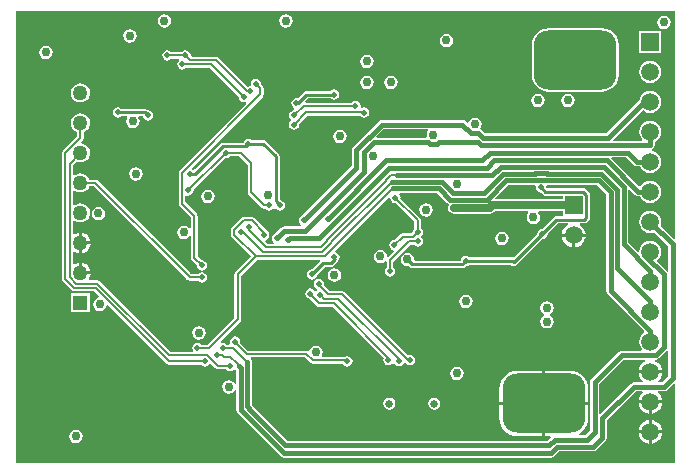
<source format=gbl>
G04 Layer_Physical_Order=4*
G04 Layer_Color=16711680*
%FSLAX25Y25*%
%MOIN*%
G70*
G01*
G75*
%ADD42C,0.00800*%
%ADD43C,0.02500*%
%ADD44C,0.01500*%
%ADD45C,0.01000*%
%ADD65C,0.02500*%
G04:AMPARAMS|DCode=66|XSize=275.59mil|YSize=196.85mil|CornerRadius=49.21mil|HoleSize=0mil|Usage=FLASHONLY|Rotation=0.000|XOffset=0mil|YOffset=0mil|HoleType=Round|Shape=RoundedRectangle|*
%AMROUNDEDRECTD66*
21,1,0.27559,0.09843,0,0,0.0*
21,1,0.17716,0.19685,0,0,0.0*
1,1,0.09843,0.08858,-0.04921*
1,1,0.09843,-0.08858,-0.04921*
1,1,0.09843,-0.08858,0.04921*
1,1,0.09843,0.08858,0.04921*
%
%ADD66ROUNDEDRECTD66*%
%ADD67R,0.05906X0.05906*%
%ADD68C,0.05906*%
%ADD69C,0.04961*%
%ADD70R,0.04961X0.04961*%
%ADD71C,0.02000*%
%ADD72C,0.03000*%
%ADD73C,0.02362*%
G36*
X220777Y75168D02*
X220315Y74976D01*
X215908Y79383D01*
X216059Y79746D01*
X216184Y80700D01*
X216059Y81654D01*
X215691Y82542D01*
X215105Y83305D01*
X214342Y83891D01*
X213454Y84259D01*
X212500Y84384D01*
X211546Y84259D01*
X210658Y83891D01*
X209895Y83305D01*
X209309Y82542D01*
X208941Y81654D01*
X208816Y80700D01*
X208941Y79746D01*
X209309Y78858D01*
X209895Y78095D01*
X210658Y77509D01*
X211546Y77141D01*
X212500Y77016D01*
X213454Y77141D01*
X213817Y77292D01*
X218522Y72588D01*
Y64269D01*
X218022Y64118D01*
X217948Y64227D01*
X214794Y67382D01*
X214826Y67881D01*
X215105Y68095D01*
X215691Y68858D01*
X216059Y69746D01*
X216184Y70700D01*
X216059Y71654D01*
X215691Y72542D01*
X215105Y73305D01*
X214342Y73891D01*
X213454Y74259D01*
X212500Y74384D01*
X211546Y74259D01*
X210658Y73891D01*
X209895Y73305D01*
X209309Y72542D01*
X208941Y71654D01*
X208845Y70926D01*
X208328Y70737D01*
X205176Y73889D01*
Y91280D01*
X205638Y91472D01*
X207455Y89655D01*
X207934Y89334D01*
X208500Y89222D01*
X209159D01*
X209309Y88858D01*
X209895Y88095D01*
X210658Y87509D01*
X211546Y87141D01*
X212500Y87016D01*
X213454Y87141D01*
X214342Y87509D01*
X215105Y88095D01*
X215691Y88858D01*
X216059Y89746D01*
X216184Y90700D01*
X216059Y91654D01*
X215691Y92542D01*
X215105Y93305D01*
X214342Y93891D01*
X213454Y94259D01*
X212500Y94384D01*
X211546Y94259D01*
X210658Y93891D01*
X209895Y93305D01*
X209373Y92625D01*
X209033Y92535D01*
X208762Y92528D01*
X199531Y101760D01*
X199723Y102222D01*
X204488D01*
X207055Y99655D01*
X207534Y99334D01*
X208100Y99222D01*
X209159D01*
X209309Y98858D01*
X209895Y98095D01*
X210658Y97509D01*
X211546Y97141D01*
X212500Y97016D01*
X213454Y97141D01*
X214342Y97509D01*
X215105Y98095D01*
X215691Y98858D01*
X216059Y99746D01*
X216184Y100700D01*
X216059Y101654D01*
X215691Y102542D01*
X215105Y103305D01*
X214342Y103891D01*
X213454Y104259D01*
X213022Y104316D01*
X213005Y104822D01*
X213066Y104834D01*
X213545Y105155D01*
X213866Y105634D01*
X213978Y106200D01*
Y107359D01*
X214342Y107509D01*
X215105Y108095D01*
X215691Y108858D01*
X216059Y109746D01*
X216184Y110700D01*
X216059Y111654D01*
X215691Y112542D01*
X215105Y113305D01*
X214342Y113891D01*
X213454Y114259D01*
X212500Y114384D01*
X211546Y114259D01*
X210658Y113891D01*
X209895Y113305D01*
X209309Y112542D01*
X208941Y111654D01*
X208816Y110700D01*
X208941Y109746D01*
X209309Y108858D01*
X209831Y108178D01*
X209692Y107678D01*
X200222D01*
X200031Y108140D01*
X209946Y118055D01*
X210658Y117509D01*
X211546Y117141D01*
X212500Y117016D01*
X213454Y117141D01*
X214342Y117509D01*
X215105Y118095D01*
X215691Y118858D01*
X216059Y119746D01*
X216184Y120700D01*
X216059Y121654D01*
X215691Y122542D01*
X215105Y123305D01*
X214342Y123891D01*
X213454Y124259D01*
X212500Y124384D01*
X211546Y124259D01*
X210658Y123891D01*
X209895Y123305D01*
X209309Y122542D01*
X208941Y121654D01*
X208877Y121168D01*
X197888Y110178D01*
X157384D01*
X156267Y111295D01*
X155788Y111616D01*
X155711Y111801D01*
X156072Y112342D01*
X156243Y113200D01*
X156072Y114058D01*
X155586Y114786D01*
X154858Y115272D01*
X154000Y115443D01*
X153142Y115272D01*
X152414Y114786D01*
X151928Y114058D01*
X151887Y113855D01*
X151409Y113710D01*
X150924Y114195D01*
X150444Y114516D01*
X149878Y114628D01*
X122950D01*
X122384Y114516D01*
X121905Y114195D01*
X113455Y105745D01*
X113134Y105266D01*
X113022Y104700D01*
Y99312D01*
X96554Y82845D01*
X96337Y82801D01*
X95774Y82426D01*
X95399Y81863D01*
X95267Y81200D01*
X95399Y80537D01*
X95774Y79974D01*
X96143Y79728D01*
X95991Y79228D01*
X90550D01*
X89984Y79116D01*
X89505Y78795D01*
X87554Y76845D01*
X87337Y76801D01*
X86774Y76426D01*
X86399Y75863D01*
X86267Y75200D01*
X86399Y74537D01*
X86774Y73974D01*
X87003Y73822D01*
X86851Y73322D01*
X84965D01*
X84158Y74128D01*
X84323Y74671D01*
X84463Y74699D01*
X85026Y75074D01*
X85401Y75637D01*
X85533Y76300D01*
X85401Y76963D01*
X85026Y77526D01*
X84651Y77776D01*
X84593Y77863D01*
X84593Y77863D01*
X80463Y81993D01*
X80099Y82236D01*
X79670Y82322D01*
X79670Y82322D01*
X76930D01*
X76501Y82236D01*
X76137Y81993D01*
X76137Y81993D01*
X73007Y78863D01*
X72764Y78499D01*
X72678Y78070D01*
X72678Y78070D01*
Y76330D01*
X72678Y76330D01*
X72764Y75901D01*
X73007Y75537D01*
X79344Y69200D01*
X74207Y64063D01*
X73964Y63699D01*
X73878Y63270D01*
X73878Y63270D01*
Y48665D01*
X65035Y39822D01*
X62795D01*
X62726Y39926D01*
X62163Y40301D01*
X61500Y40433D01*
X60837Y40301D01*
X60274Y39926D01*
X59899Y39363D01*
X59767Y38700D01*
X59899Y38037D01*
X60042Y37822D01*
X59775Y37322D01*
X52586D01*
X28995Y60913D01*
X28631Y61156D01*
X28202Y61241D01*
X28202Y61241D01*
X25565D01*
X25344Y61690D01*
X25540Y61945D01*
X25891Y62792D01*
X25945Y63200D01*
X22500D01*
Y63700D01*
X22000D01*
Y67145D01*
X21591Y67091D01*
X20745Y66740D01*
X20490Y66544D01*
X20041Y66765D01*
Y70635D01*
X20490Y70856D01*
X20745Y70660D01*
X21591Y70309D01*
X22000Y70256D01*
Y73700D01*
Y77144D01*
X21591Y77091D01*
X20745Y76740D01*
X20490Y76544D01*
X20041Y76765D01*
Y80948D01*
X20541Y81194D01*
X20896Y80922D01*
X21670Y80602D01*
X22500Y80492D01*
X23330Y80602D01*
X24104Y80922D01*
X24768Y81432D01*
X25278Y82096D01*
X25598Y82870D01*
X25708Y83700D01*
X25598Y84530D01*
X25278Y85304D01*
X24768Y85968D01*
X24104Y86478D01*
X23330Y86799D01*
X22500Y86908D01*
X21670Y86799D01*
X20896Y86478D01*
X20541Y86206D01*
X20041Y86452D01*
Y90948D01*
X20541Y91194D01*
X20896Y90922D01*
X21670Y90601D01*
X22500Y90492D01*
X23330Y90601D01*
X24104Y90922D01*
X24768Y91432D01*
X25278Y92096D01*
X25478Y92578D01*
X27035D01*
X58207Y61407D01*
X58207Y61407D01*
X58571Y61164D01*
X59000Y61078D01*
X59000Y61078D01*
X61705D01*
X61774Y60974D01*
X62337Y60599D01*
X63000Y60467D01*
X63663Y60599D01*
X64226Y60974D01*
X64601Y61537D01*
X64733Y62200D01*
X64601Y62863D01*
X64226Y63426D01*
X63663Y63801D01*
X63000Y63933D01*
X62337Y63801D01*
X61774Y63426D01*
X61705Y63322D01*
X59465D01*
X28293Y94493D01*
X27929Y94736D01*
X27500Y94822D01*
X27500Y94822D01*
X25478D01*
X25278Y95304D01*
X24768Y95968D01*
X24104Y96478D01*
X23330Y96798D01*
X22500Y96908D01*
X21670Y96798D01*
X20896Y96478D01*
X20541Y96206D01*
X20041Y96452D01*
Y99655D01*
X21188Y100801D01*
X21670Y100601D01*
X22500Y100492D01*
X23330Y100601D01*
X24104Y100922D01*
X24768Y101432D01*
X25278Y102096D01*
X25598Y102870D01*
X25708Y103700D01*
X25598Y104530D01*
X25278Y105304D01*
X24768Y105968D01*
X24104Y106478D01*
X23330Y106799D01*
X22887Y106857D01*
X22707Y107385D01*
X23293Y107970D01*
X23293Y107970D01*
X23536Y108334D01*
X23622Y108763D01*
X23621Y108763D01*
Y110722D01*
X24104Y110922D01*
X24768Y111432D01*
X25278Y112096D01*
X25598Y112870D01*
X25708Y113700D01*
X25598Y114530D01*
X25278Y115304D01*
X24768Y115968D01*
X24104Y116478D01*
X23330Y116798D01*
X22500Y116908D01*
X21670Y116798D01*
X20896Y116478D01*
X20232Y115968D01*
X19722Y115304D01*
X19402Y114530D01*
X19292Y113700D01*
X19402Y112870D01*
X19722Y112096D01*
X20232Y111432D01*
X20896Y110922D01*
X21378Y110722D01*
Y109228D01*
X16627Y104476D01*
X16384Y104112D01*
X16298Y103683D01*
X16298Y103683D01*
Y61596D01*
X16298Y61596D01*
X16384Y61167D01*
X16627Y60803D01*
X19603Y57827D01*
X19603Y57827D01*
X19966Y57583D01*
X20396Y57498D01*
X20396Y57498D01*
X27116D01*
X28717Y55897D01*
X28553Y55354D01*
X28142Y55272D01*
X27414Y54786D01*
X26928Y54058D01*
X26757Y53200D01*
X26928Y52342D01*
X27414Y51614D01*
X28142Y51128D01*
X29000Y50957D01*
X29858Y51128D01*
X30586Y51614D01*
X31072Y52342D01*
X31154Y52753D01*
X31697Y52917D01*
X51207Y33407D01*
X51207Y33407D01*
X51571Y33164D01*
X52000Y33078D01*
X62705D01*
X62774Y32974D01*
X63337Y32599D01*
X64000Y32467D01*
X64663Y32599D01*
X65226Y32974D01*
X65440Y33295D01*
X66045Y33398D01*
X67535Y31907D01*
X67535Y31907D01*
X67899Y31664D01*
X68328Y31578D01*
X71205D01*
X71274Y31474D01*
X71837Y31099D01*
X72500Y30967D01*
X73163Y31099D01*
X73726Y31474D01*
X74257Y31430D01*
X74522Y31162D01*
Y26717D01*
X74348Y26656D01*
X74022Y26634D01*
X73586Y27286D01*
X72858Y27772D01*
X72000Y27943D01*
X71142Y27772D01*
X70414Y27286D01*
X69928Y26558D01*
X69757Y25700D01*
X69928Y24842D01*
X70414Y24114D01*
X71142Y23628D01*
X72000Y23457D01*
X72858Y23628D01*
X73586Y24114D01*
X74022Y24766D01*
X74348Y24744D01*
X74522Y24682D01*
Y17917D01*
X74634Y17351D01*
X74955Y16871D01*
X89269Y2557D01*
X89748Y2237D01*
X90314Y2124D01*
X179425D01*
X179991Y2237D01*
X180471Y2557D01*
X182135Y4222D01*
X193500D01*
X194066Y4334D01*
X194545Y4655D01*
X197545Y7655D01*
X197866Y8134D01*
X197978Y8700D01*
Y14588D01*
X207612Y24222D01*
X209775D01*
X209945Y23722D01*
X209681Y23519D01*
X209047Y22693D01*
X208649Y21732D01*
X208579Y21200D01*
X212500D01*
X216421D01*
X216351Y21732D01*
X215953Y22693D01*
X215319Y23519D01*
X215055Y23722D01*
X215225Y24222D01*
X217000D01*
X217566Y24334D01*
X218045Y24655D01*
X220315Y26924D01*
X220777Y26732D01*
Y423D01*
X1223D01*
Y150977D01*
X220777D01*
Y75168D01*
D02*
G37*
G36*
X138537Y111172D02*
X138128Y110558D01*
X137957Y109700D01*
X138051Y109228D01*
X137648Y108728D01*
X121273D01*
X121081Y109190D01*
X123562Y111672D01*
X138359D01*
X138537Y111172D01*
D02*
G37*
G36*
X174351Y92622D02*
X174267Y92200D01*
X174399Y91537D01*
X174774Y90974D01*
X175337Y90599D01*
X176000Y90467D01*
X176003Y90467D01*
X176635Y89835D01*
X177032Y89570D01*
X177500Y89477D01*
X183347D01*
Y88188D01*
X160794D01*
X160603Y88650D01*
X165074Y93122D01*
X174016D01*
X174351Y92622D01*
D02*
G37*
G36*
X197819Y89957D02*
Y57676D01*
X197931Y57111D01*
X198252Y56631D01*
X210544Y44339D01*
X210447Y43729D01*
X209895Y43305D01*
X209309Y42542D01*
X208941Y41654D01*
X208816Y40700D01*
X208941Y39746D01*
X209309Y38858D01*
X209756Y38276D01*
X209524Y37776D01*
X202986D01*
X202420Y37663D01*
X201941Y37343D01*
X192857Y28259D01*
X192537Y27780D01*
X192424Y27214D01*
Y11215D01*
X190838Y9628D01*
X188909D01*
X188784Y10128D01*
X189164Y10332D01*
X190066Y11072D01*
X190805Y11973D01*
X191355Y13002D01*
X191694Y14118D01*
X191808Y15279D01*
Y19700D01*
X177500D01*
Y9329D01*
X179159D01*
X179366Y8829D01*
X178216Y7678D01*
X91440D01*
X80253Y18866D01*
X79857Y19615D01*
X79718Y19786D01*
X79678Y19845D01*
Y34000D01*
X79566Y34566D01*
X79264Y35018D01*
X79296Y35169D01*
X79438Y35518D01*
X97419D01*
X99130Y33807D01*
X99130Y33807D01*
X99494Y33564D01*
X99923Y33478D01*
X109938D01*
X110274Y32974D01*
X110837Y32599D01*
X111500Y32467D01*
X112163Y32599D01*
X112726Y32974D01*
X113101Y33537D01*
X113233Y34200D01*
X113101Y34863D01*
X112726Y35426D01*
X112163Y35801D01*
X111500Y35933D01*
X110837Y35801D01*
X110717Y35722D01*
X103188D01*
X102953Y36162D01*
X103072Y36342D01*
X103243Y37200D01*
X103072Y38058D01*
X102586Y38786D01*
X101858Y39272D01*
X101000Y39443D01*
X100142Y39272D01*
X99414Y38786D01*
X98928Y38058D01*
X98894Y37889D01*
X98338Y37659D01*
X98313Y37675D01*
X97884Y37761D01*
X97884Y37761D01*
X78525D01*
X75807Y40479D01*
X75871Y40800D01*
X75739Y41463D01*
X75364Y42026D01*
X74801Y42401D01*
X74138Y42533D01*
X73475Y42401D01*
X72912Y42026D01*
X72537Y41463D01*
X72405Y40800D01*
X72500Y40322D01*
X72192Y39822D01*
X71295D01*
X71226Y39926D01*
X70663Y40301D01*
X70000Y40433D01*
X69880Y40409D01*
X69342Y40812D01*
X69330Y40944D01*
X75793Y47407D01*
X75793Y47407D01*
X76036Y47771D01*
X76122Y48200D01*
X76122Y48200D01*
Y62805D01*
X81395Y68078D01*
X102241D01*
X102448Y67578D01*
X99786Y64916D01*
X99700Y64933D01*
X99037Y64801D01*
X98474Y64426D01*
X98099Y63863D01*
X97967Y63200D01*
X98099Y62537D01*
X98474Y61974D01*
X99037Y61599D01*
X99700Y61467D01*
X100363Y61599D01*
X100926Y61974D01*
X101301Y62537D01*
X101409Y63079D01*
X104007Y65676D01*
X106000D01*
X106468Y65770D01*
X106865Y66035D01*
X108165Y67335D01*
X108165Y67335D01*
X108365Y67634D01*
X108426Y67674D01*
X108801Y68237D01*
X108933Y68900D01*
X108801Y69563D01*
X108426Y70126D01*
X107863Y70501D01*
X107723Y70529D01*
X107558Y71072D01*
X125277Y88791D01*
X125484Y88753D01*
X125788Y88595D01*
X125899Y88037D01*
X126274Y87474D01*
X126837Y87099D01*
X127500Y86967D01*
X127623Y86991D01*
X133878Y80735D01*
Y78495D01*
X133774Y78426D01*
X133399Y77863D01*
X133267Y77200D01*
X132896Y76837D01*
X129915D01*
X129486Y76751D01*
X129122Y76508D01*
X129122Y76508D01*
X127323Y74709D01*
X127200Y74733D01*
X126537Y74601D01*
X125974Y74226D01*
X125599Y73663D01*
X125467Y73000D01*
X125599Y72337D01*
X125974Y71774D01*
X126537Y71399D01*
X126844Y71337D01*
X127009Y70795D01*
X125213Y68999D01*
X124859Y69150D01*
X124737Y69230D01*
X124572Y70058D01*
X124086Y70786D01*
X123358Y71272D01*
X122500Y71443D01*
X121642Y71272D01*
X120914Y70786D01*
X120428Y70058D01*
X120257Y69200D01*
X120428Y68342D01*
X120914Y67614D01*
X121642Y67128D01*
X122500Y66957D01*
X123358Y67128D01*
X124086Y67614D01*
X124578Y67451D01*
Y65495D01*
X124474Y65426D01*
X124099Y64863D01*
X123967Y64200D01*
X124099Y63537D01*
X124474Y62974D01*
X125037Y62599D01*
X125700Y62467D01*
X126363Y62599D01*
X126926Y62974D01*
X127301Y63537D01*
X127433Y64200D01*
X127301Y64863D01*
X126926Y65426D01*
X126822Y65495D01*
Y67435D01*
X132465Y73078D01*
X133705Y73078D01*
X133774Y72974D01*
X134337Y72599D01*
X135000Y72467D01*
X135663Y72599D01*
X136226Y72974D01*
X136601Y73537D01*
X136733Y74200D01*
X136601Y74863D01*
X136226Y75426D01*
X136189Y75450D01*
Y75950D01*
X136226Y75974D01*
X136601Y76537D01*
X136733Y77200D01*
X136601Y77863D01*
X136226Y78426D01*
X136122Y78495D01*
Y81200D01*
X136036Y81629D01*
X135793Y81993D01*
X135793Y81993D01*
X129209Y88577D01*
X129233Y88700D01*
X129101Y89363D01*
X128762Y89872D01*
X128824Y90114D01*
X128958Y90372D01*
X141454D01*
X144821Y87005D01*
X145301Y86684D01*
X145395Y86458D01*
X145163Y86111D01*
X145012Y85350D01*
X145163Y84589D01*
X145594Y83944D01*
X146239Y83513D01*
X147000Y83362D01*
X159030D01*
X159791Y83513D01*
X160436Y83944D01*
X160704Y84212D01*
X171720D01*
X171864Y83712D01*
X171428Y83058D01*
X171257Y82200D01*
X171428Y81342D01*
X171914Y80614D01*
X172642Y80128D01*
X173500Y79957D01*
X174358Y80128D01*
X175086Y80614D01*
X175572Y81342D01*
X175743Y82200D01*
X175572Y83058D01*
X175136Y83712D01*
X175280Y84212D01*
X183347D01*
Y82618D01*
X181194D01*
X180726Y82525D01*
X180329Y82260D01*
X176457Y78387D01*
X175868Y78270D01*
X175306Y77894D01*
X174930Y77332D01*
X174813Y76743D01*
X166911Y68842D01*
X166500Y68923D01*
X152227D01*
X152226Y68926D01*
X151663Y69301D01*
X151000Y69433D01*
X150337Y69301D01*
X149774Y68926D01*
X149399Y68363D01*
X149271Y67724D01*
X134158D01*
X133743Y68200D01*
X133572Y69058D01*
X133086Y69786D01*
X132358Y70272D01*
X131500Y70443D01*
X130642Y70272D01*
X129914Y69786D01*
X129428Y69058D01*
X129257Y68200D01*
X129428Y67342D01*
X129914Y66614D01*
X130642Y66128D01*
X131500Y65957D01*
X131928Y66042D01*
X132335Y65635D01*
X132732Y65370D01*
X133200Y65276D01*
X149800D01*
X150268Y65370D01*
X150665Y65635D01*
X150997Y65967D01*
X151000Y65967D01*
X151663Y66099D01*
X152226Y66474D01*
X152227Y66477D01*
X165993D01*
X166135Y66335D01*
X166532Y66070D01*
X167000Y65977D01*
X167468Y66070D01*
X167865Y66335D01*
X176476Y74946D01*
X176532Y74935D01*
X177195Y75067D01*
X177757Y75443D01*
X178133Y76005D01*
X178265Y76669D01*
X178254Y76724D01*
X181701Y80171D01*
X184951D01*
X185051Y79671D01*
X185007Y79653D01*
X184181Y79019D01*
X183547Y78193D01*
X183149Y77232D01*
X183079Y76700D01*
X187000D01*
X190921D01*
X190851Y77232D01*
X190453Y78193D01*
X189819Y79019D01*
X188993Y79653D01*
X188949Y79671D01*
X189049Y80171D01*
X190500D01*
X190968Y80264D01*
X191365Y80529D01*
X192018Y81182D01*
X192283Y81579D01*
X192376Y82047D01*
Y89650D01*
X192283Y90118D01*
X192018Y90515D01*
X190968Y91565D01*
X190571Y91830D01*
X190103Y91923D01*
X178105D01*
X177733Y92200D01*
X177649Y92622D01*
X177984Y93122D01*
X194654D01*
X197819Y89957D01*
D02*
G37*
G36*
X218522Y37789D02*
Y29312D01*
X216388Y27178D01*
X215225D01*
X215055Y27678D01*
X215319Y27881D01*
X215953Y28707D01*
X216351Y29668D01*
X216421Y30200D01*
X212500D01*
X208579D01*
X208649Y29668D01*
X209047Y28707D01*
X209681Y27881D01*
X209945Y27678D01*
X209775Y27178D01*
X207000D01*
X206434Y27066D01*
X205955Y26745D01*
X195881Y16672D01*
X195381Y16879D01*
Y26602D01*
X203598Y34819D01*
X210808D01*
X210908Y34319D01*
X210507Y34153D01*
X209681Y33519D01*
X209047Y32693D01*
X208649Y31732D01*
X208579Y31200D01*
X212500D01*
X216421D01*
X216351Y31732D01*
X215953Y32693D01*
X215319Y33519D01*
X214493Y34153D01*
X214092Y34319D01*
X214192Y34819D01*
X214324D01*
X214889Y34931D01*
X215369Y35252D01*
X217948Y37831D01*
X218022Y37941D01*
X218522Y37789D01*
D02*
G37*
%LPC*%
G36*
X91000Y149943D02*
X90142Y149772D01*
X89414Y149286D01*
X88928Y148558D01*
X88757Y147700D01*
X88928Y146842D01*
X89414Y146114D01*
X90142Y145628D01*
X91000Y145457D01*
X91858Y145628D01*
X92586Y146114D01*
X93072Y146842D01*
X93243Y147700D01*
X93072Y148558D01*
X92586Y149286D01*
X91858Y149772D01*
X91000Y149943D01*
D02*
G37*
G36*
X50500D02*
X49642Y149772D01*
X48914Y149286D01*
X48428Y148558D01*
X48257Y147700D01*
X48428Y146842D01*
X48914Y146114D01*
X49642Y145628D01*
X50500Y145457D01*
X51358Y145628D01*
X52086Y146114D01*
X52572Y146842D01*
X52743Y147700D01*
X52572Y148558D01*
X52086Y149286D01*
X51358Y149772D01*
X50500Y149943D01*
D02*
G37*
G36*
X217000Y149443D02*
X216142Y149272D01*
X215414Y148786D01*
X214928Y148058D01*
X214757Y147200D01*
X214928Y146342D01*
X215414Y145614D01*
X216142Y145128D01*
X217000Y144957D01*
X217858Y145128D01*
X218586Y145614D01*
X219072Y146342D01*
X219243Y147200D01*
X219072Y148058D01*
X218586Y148786D01*
X217858Y149272D01*
X217000Y149443D01*
D02*
G37*
G36*
X39000Y144943D02*
X38142Y144772D01*
X37414Y144286D01*
X36928Y143558D01*
X36757Y142700D01*
X36928Y141842D01*
X37414Y141114D01*
X38142Y140628D01*
X39000Y140457D01*
X39858Y140628D01*
X40586Y141114D01*
X41072Y141842D01*
X41243Y142700D01*
X41072Y143558D01*
X40586Y144286D01*
X39858Y144772D01*
X39000Y144943D01*
D02*
G37*
G36*
X144500Y143443D02*
X143642Y143272D01*
X142914Y142786D01*
X142428Y142058D01*
X142257Y141200D01*
X142428Y140342D01*
X142914Y139614D01*
X143642Y139128D01*
X144500Y138957D01*
X145358Y139128D01*
X146086Y139614D01*
X146572Y140342D01*
X146743Y141200D01*
X146572Y142058D01*
X146086Y142786D01*
X145358Y143272D01*
X144500Y143443D01*
D02*
G37*
G36*
X57500Y137933D02*
X56837Y137801D01*
X56274Y137426D01*
X56205Y137322D01*
X52795D01*
X52726Y137426D01*
X52163Y137801D01*
X51500Y137933D01*
X50837Y137801D01*
X50274Y137426D01*
X49899Y136863D01*
X49767Y136200D01*
X49899Y135537D01*
X50274Y134974D01*
X50837Y134599D01*
X51500Y134467D01*
X52163Y134599D01*
X52726Y134974D01*
X52795Y135078D01*
X55351D01*
X55503Y134578D01*
X55274Y134426D01*
X54899Y133863D01*
X54767Y133200D01*
X54899Y132537D01*
X55274Y131974D01*
X55837Y131599D01*
X56500Y131467D01*
X57163Y131599D01*
X57726Y131974D01*
X57795Y132078D01*
X65687D01*
X75367Y122398D01*
X75342Y122276D01*
X75474Y121612D01*
X75850Y121050D01*
X76412Y120674D01*
X77076Y120542D01*
X77704Y120668D01*
X77734Y120645D01*
X77885Y120141D01*
X55607Y97863D01*
X55364Y97499D01*
X55278Y97070D01*
X55278Y97070D01*
Y86800D01*
X55278Y86800D01*
X55364Y86371D01*
X55607Y86007D01*
X59378Y82235D01*
Y78500D01*
X58878Y78349D01*
X58586Y78786D01*
X57858Y79272D01*
X57000Y79443D01*
X56142Y79272D01*
X55414Y78786D01*
X54928Y78058D01*
X54757Y77200D01*
X54928Y76342D01*
X55414Y75614D01*
X56142Y75128D01*
X57000Y74957D01*
X57858Y75128D01*
X58586Y75614D01*
X58878Y76051D01*
X59378Y75900D01*
Y68700D01*
X59378Y68700D01*
X59464Y68271D01*
X59707Y67907D01*
X61291Y66323D01*
X61267Y66200D01*
X61399Y65537D01*
X61774Y64974D01*
X62337Y64599D01*
X63000Y64467D01*
X63663Y64599D01*
X64226Y64974D01*
X64601Y65537D01*
X64733Y66200D01*
X64601Y66863D01*
X64226Y67426D01*
X63663Y67801D01*
X63000Y67933D01*
X62877Y67909D01*
X61622Y69165D01*
Y82700D01*
X61622Y82700D01*
X61536Y83129D01*
X61293Y83493D01*
X61293Y83493D01*
X57522Y87265D01*
Y89254D01*
X58022Y89562D01*
X58500Y89467D01*
X59163Y89599D01*
X59726Y89974D01*
X60101Y90537D01*
X60233Y91200D01*
X60209Y91323D01*
X70877Y101991D01*
X71000Y101967D01*
X71663Y102099D01*
X72226Y102474D01*
X72295Y102578D01*
X75535D01*
X78378Y99735D01*
Y90523D01*
X78378Y90523D01*
X78464Y90094D01*
X78707Y89730D01*
X83030Y85407D01*
X83030Y85407D01*
X83394Y85164D01*
X83823Y85078D01*
X83823Y85078D01*
X84205D01*
X84274Y84974D01*
X84837Y84599D01*
X85500Y84467D01*
X86163Y84599D01*
X86726Y84974D01*
X86967Y85336D01*
X87533D01*
X87774Y84974D01*
X88337Y84599D01*
X89000Y84467D01*
X89663Y84599D01*
X90226Y84974D01*
X90601Y85537D01*
X90733Y86200D01*
X90601Y86863D01*
X90226Y87426D01*
X89663Y87801D01*
X89000Y87933D01*
X88924Y88420D01*
Y102500D01*
X88830Y102968D01*
X88565Y103365D01*
X84365Y107565D01*
X83968Y107830D01*
X83500Y107923D01*
X79727D01*
X79726Y107926D01*
X79163Y108301D01*
X78500Y108433D01*
X77837Y108301D01*
X77274Y107926D01*
X76899Y107363D01*
X76851Y107123D01*
X70089D01*
X69621Y107030D01*
X69224Y106765D01*
X60646Y98187D01*
X60226Y97926D01*
X59820Y98197D01*
X59684Y98768D01*
X83293Y122377D01*
X83293Y122377D01*
X83536Y122741D01*
X83622Y123170D01*
Y125200D01*
X83622Y125200D01*
X83536Y125629D01*
X83293Y125993D01*
X82709Y126577D01*
X82733Y126700D01*
X82601Y127363D01*
X82226Y127926D01*
X81663Y128301D01*
X81000Y128433D01*
X80337Y128301D01*
X79774Y127926D01*
X79399Y127363D01*
X79267Y126700D01*
X79335Y126358D01*
X78988Y125922D01*
X78952Y125912D01*
X78322Y125786D01*
X78201Y125706D01*
X68414Y135493D01*
X68050Y135736D01*
X67621Y135822D01*
X67621Y135822D01*
X59594D01*
X59233Y136200D01*
X59101Y136863D01*
X58726Y137426D01*
X58163Y137801D01*
X57500Y137933D01*
D02*
G37*
G36*
X216153Y144353D02*
X208847D01*
Y137047D01*
X216153D01*
Y144353D01*
D02*
G37*
G36*
X11000Y139443D02*
X10142Y139272D01*
X9414Y138786D01*
X8928Y138058D01*
X8757Y137200D01*
X8928Y136342D01*
X9414Y135614D01*
X10142Y135128D01*
X11000Y134957D01*
X11858Y135128D01*
X12586Y135614D01*
X13072Y136342D01*
X13243Y137200D01*
X13072Y138058D01*
X12586Y138786D01*
X11858Y139272D01*
X11000Y139443D01*
D02*
G37*
G36*
X118000Y136443D02*
X117142Y136272D01*
X116414Y135786D01*
X115928Y135058D01*
X115757Y134200D01*
X115928Y133342D01*
X116414Y132614D01*
X117142Y132128D01*
X118000Y131957D01*
X118858Y132128D01*
X119586Y132614D01*
X120072Y133342D01*
X120243Y134200D01*
X120072Y135058D01*
X119586Y135786D01*
X118858Y136272D01*
X118000Y136443D01*
D02*
G37*
G36*
X212500Y134384D02*
X211546Y134259D01*
X210658Y133891D01*
X209895Y133305D01*
X209309Y132542D01*
X208941Y131654D01*
X208816Y130700D01*
X208941Y129746D01*
X209309Y128858D01*
X209895Y128095D01*
X210658Y127509D01*
X211546Y127141D01*
X212500Y127016D01*
X213454Y127141D01*
X214342Y127509D01*
X215105Y128095D01*
X215691Y128858D01*
X216059Y129746D01*
X216184Y130700D01*
X216059Y131654D01*
X215691Y132542D01*
X215105Y133305D01*
X214342Y133891D01*
X213454Y134259D01*
X212500Y134384D01*
D02*
G37*
G36*
X126000Y129443D02*
X125142Y129272D01*
X124414Y128786D01*
X123928Y128058D01*
X123757Y127200D01*
X123928Y126342D01*
X124414Y125614D01*
X125142Y125128D01*
X126000Y124957D01*
X126858Y125128D01*
X127586Y125614D01*
X128072Y126342D01*
X128243Y127200D01*
X128072Y128058D01*
X127586Y128786D01*
X126858Y129272D01*
X126000Y129443D01*
D02*
G37*
G36*
X118000D02*
X117142Y129272D01*
X116414Y128786D01*
X115928Y128058D01*
X115757Y127200D01*
X115928Y126342D01*
X116414Y125614D01*
X117142Y125128D01*
X118000Y124957D01*
X118858Y125128D01*
X119586Y125614D01*
X120072Y126342D01*
X120243Y127200D01*
X120072Y128058D01*
X119586Y128786D01*
X118858Y129272D01*
X118000Y129443D01*
D02*
G37*
G36*
X196358Y145291D02*
X178642D01*
X177174Y145098D01*
X175807Y144531D01*
X174633Y143630D01*
X173732Y142456D01*
X173165Y141089D01*
X172972Y139621D01*
Y129779D01*
X173165Y128311D01*
X173732Y126944D01*
X174633Y125770D01*
X175807Y124869D01*
X177174Y124302D01*
X178642Y124109D01*
X196358D01*
X197826Y124302D01*
X199193Y124869D01*
X200367Y125770D01*
X201268Y126944D01*
X201835Y128311D01*
X202028Y129779D01*
Y139621D01*
X201835Y141089D01*
X201268Y142456D01*
X200367Y143630D01*
X199193Y144531D01*
X197826Y145098D01*
X196358Y145291D01*
D02*
G37*
G36*
X107108Y124825D02*
X106445Y124693D01*
X105882Y124318D01*
X105881Y124316D01*
X97892D01*
X97424Y124222D01*
X97027Y123957D01*
X94920Y121850D01*
X94500Y121933D01*
X93837Y121801D01*
X93274Y121426D01*
X92899Y120863D01*
X92767Y120200D01*
X92899Y119537D01*
X93274Y118974D01*
X93730Y118670D01*
X93821Y118229D01*
X93815Y118093D01*
X93666Y117907D01*
X93137Y117801D01*
X92574Y117426D01*
X92199Y116863D01*
X92067Y116200D01*
X92199Y115537D01*
X92565Y114988D01*
X92636Y114863D01*
Y114433D01*
X92474Y114326D01*
X92099Y113763D01*
X91967Y113100D01*
X92099Y112437D01*
X92474Y111874D01*
X93037Y111499D01*
X93700Y111367D01*
X94363Y111499D01*
X94926Y111874D01*
X95301Y112437D01*
X95433Y113100D01*
X95409Y113223D01*
X98265Y116078D01*
X115738D01*
X115874Y115874D01*
X116437Y115499D01*
X117100Y115367D01*
X117763Y115499D01*
X118326Y115874D01*
X118701Y116437D01*
X118833Y117100D01*
X118701Y117763D01*
X118326Y118326D01*
X117763Y118701D01*
X117100Y118833D01*
X116437Y118701D01*
X116307Y118614D01*
X115857Y118915D01*
X115933Y119300D01*
X115801Y119963D01*
X115426Y120526D01*
X114863Y120901D01*
X114200Y121033D01*
X113537Y120901D01*
X112974Y120526D01*
X112905Y120422D01*
X97605D01*
X97414Y120884D01*
X98399Y121868D01*
X105881D01*
X105882Y121866D01*
X106445Y121491D01*
X107108Y121359D01*
X107771Y121491D01*
X108334Y121866D01*
X108709Y122429D01*
X108841Y123092D01*
X108709Y123755D01*
X108334Y124318D01*
X107771Y124693D01*
X107108Y124825D01*
D02*
G37*
G36*
X22500Y126908D02*
X21670Y126798D01*
X20896Y126478D01*
X20232Y125968D01*
X19722Y125304D01*
X19402Y124530D01*
X19292Y123700D01*
X19402Y122870D01*
X19722Y122096D01*
X20232Y121432D01*
X20896Y120922D01*
X21670Y120601D01*
X22500Y120492D01*
X23330Y120601D01*
X24104Y120922D01*
X24768Y121432D01*
X25278Y122096D01*
X25598Y122870D01*
X25708Y123700D01*
X25598Y124530D01*
X25278Y125304D01*
X24768Y125968D01*
X24104Y126478D01*
X23330Y126798D01*
X22500Y126908D01*
D02*
G37*
G36*
X185000Y123443D02*
X184142Y123272D01*
X183414Y122786D01*
X182928Y122058D01*
X182757Y121200D01*
X182928Y120342D01*
X183414Y119614D01*
X184142Y119128D01*
X185000Y118957D01*
X185858Y119128D01*
X186586Y119614D01*
X187072Y120342D01*
X187243Y121200D01*
X187072Y122058D01*
X186586Y122786D01*
X185858Y123272D01*
X185000Y123443D01*
D02*
G37*
G36*
X175000D02*
X174142Y123272D01*
X173414Y122786D01*
X172928Y122058D01*
X172757Y121200D01*
X172928Y120342D01*
X173414Y119614D01*
X174142Y119128D01*
X175000Y118957D01*
X175858Y119128D01*
X176586Y119614D01*
X177072Y120342D01*
X177243Y121200D01*
X177072Y122058D01*
X176586Y122786D01*
X175858Y123272D01*
X175000Y123443D01*
D02*
G37*
G36*
X35000Y118933D02*
X34337Y118801D01*
X33774Y118426D01*
X33399Y117863D01*
X33267Y117200D01*
X33399Y116537D01*
X33774Y115974D01*
X34337Y115599D01*
X35000Y115467D01*
X35663Y115599D01*
X36226Y115974D01*
X36227Y115977D01*
X37940D01*
X38207Y115477D01*
X37928Y115058D01*
X37757Y114200D01*
X37928Y113342D01*
X38414Y112614D01*
X39142Y112128D01*
X40000Y111957D01*
X40858Y112128D01*
X41586Y112614D01*
X42072Y113342D01*
X42243Y114200D01*
X42072Y115058D01*
X41793Y115477D01*
X42060Y115977D01*
X43343D01*
X43430Y115537D01*
X43806Y114974D01*
X44368Y114599D01*
X45031Y114467D01*
X45695Y114599D01*
X46257Y114974D01*
X46633Y115537D01*
X46765Y116200D01*
X46633Y116863D01*
X46257Y117426D01*
X45695Y117801D01*
X45031Y117933D01*
X45029Y117933D01*
X44897Y118065D01*
X44500Y118330D01*
X44032Y118423D01*
X36227D01*
X36226Y118426D01*
X35663Y118801D01*
X35000Y118933D01*
D02*
G37*
G36*
X109000Y111443D02*
X108142Y111272D01*
X107414Y110786D01*
X106928Y110058D01*
X106757Y109200D01*
X106928Y108342D01*
X107414Y107614D01*
X108142Y107128D01*
X109000Y106957D01*
X109858Y107128D01*
X110586Y107614D01*
X111072Y108342D01*
X111243Y109200D01*
X111072Y110058D01*
X110586Y110786D01*
X109858Y111272D01*
X109000Y111443D01*
D02*
G37*
G36*
X41000Y98943D02*
X40142Y98772D01*
X39414Y98286D01*
X38928Y97558D01*
X38757Y96700D01*
X38928Y95842D01*
X39414Y95114D01*
X40142Y94628D01*
X41000Y94457D01*
X41858Y94628D01*
X42586Y95114D01*
X43072Y95842D01*
X43243Y96700D01*
X43072Y97558D01*
X42586Y98286D01*
X41858Y98772D01*
X41000Y98943D01*
D02*
G37*
G36*
X65000Y91443D02*
X64142Y91272D01*
X63414Y90786D01*
X62928Y90058D01*
X62757Y89200D01*
X62928Y88342D01*
X63414Y87614D01*
X64142Y87128D01*
X65000Y86957D01*
X65858Y87128D01*
X66586Y87614D01*
X67072Y88342D01*
X67243Y89200D01*
X67072Y90058D01*
X66586Y90786D01*
X65858Y91272D01*
X65000Y91443D01*
D02*
G37*
G36*
X28500Y85743D02*
X27642Y85572D01*
X26914Y85086D01*
X26428Y84358D01*
X26257Y83500D01*
X26428Y82642D01*
X26914Y81914D01*
X27642Y81428D01*
X28500Y81257D01*
X29358Y81428D01*
X30086Y81914D01*
X30572Y82642D01*
X30743Y83500D01*
X30572Y84358D01*
X30086Y85086D01*
X29358Y85572D01*
X28500Y85743D01*
D02*
G37*
G36*
X23000Y77144D02*
Y74200D01*
X25945D01*
X25891Y74608D01*
X25540Y75455D01*
X24982Y76182D01*
X24255Y76740D01*
X23408Y77091D01*
X23000Y77144D01*
D02*
G37*
G36*
X25945Y73200D02*
X23000D01*
Y70256D01*
X23408Y70309D01*
X24255Y70660D01*
X24982Y71218D01*
X25540Y71945D01*
X25891Y72791D01*
X25945Y73200D01*
D02*
G37*
G36*
X23000Y67145D02*
Y64200D01*
X25945D01*
X25891Y64609D01*
X25540Y65455D01*
X24982Y66182D01*
X24255Y66740D01*
X23408Y67091D01*
X23000Y67145D01*
D02*
G37*
G36*
X25680Y56880D02*
X19320D01*
Y50520D01*
X25680D01*
Y56880D01*
D02*
G37*
G36*
X62000Y45943D02*
X61142Y45772D01*
X60414Y45286D01*
X59928Y44558D01*
X59757Y43700D01*
X59928Y42842D01*
X60414Y42114D01*
X61142Y41628D01*
X62000Y41457D01*
X62858Y41628D01*
X63586Y42114D01*
X64072Y42842D01*
X64243Y43700D01*
X64072Y44558D01*
X63586Y45286D01*
X62858Y45772D01*
X62000Y45943D01*
D02*
G37*
G36*
X216421Y20200D02*
X213000D01*
Y16779D01*
X213532Y16849D01*
X214493Y17247D01*
X215319Y17881D01*
X215953Y18707D01*
X216351Y19668D01*
X216421Y20200D01*
D02*
G37*
G36*
X212000D02*
X208579D01*
X208649Y19668D01*
X209047Y18707D01*
X209681Y17881D01*
X210507Y17247D01*
X211468Y16849D01*
X212000Y16779D01*
Y20200D01*
D02*
G37*
G36*
X213000Y14621D02*
Y11200D01*
X216421D01*
X216351Y11732D01*
X215953Y12693D01*
X215319Y13519D01*
X214493Y14153D01*
X213532Y14551D01*
X213000Y14621D01*
D02*
G37*
G36*
X212000D02*
X211468Y14551D01*
X210507Y14153D01*
X209681Y13519D01*
X209047Y12693D01*
X208649Y11732D01*
X208579Y11200D01*
X212000D01*
Y14621D01*
D02*
G37*
G36*
X21000Y11443D02*
X20142Y11272D01*
X19414Y10786D01*
X18928Y10058D01*
X18757Y9200D01*
X18928Y8342D01*
X19414Y7614D01*
X20142Y7128D01*
X21000Y6957D01*
X21858Y7128D01*
X22586Y7614D01*
X23072Y8342D01*
X23243Y9200D01*
X23072Y10058D01*
X22586Y10786D01*
X21858Y11272D01*
X21000Y11443D01*
D02*
G37*
G36*
X216421Y10200D02*
X213000D01*
Y6779D01*
X213532Y6849D01*
X214493Y7247D01*
X215319Y7881D01*
X215953Y8707D01*
X216351Y9668D01*
X216421Y10200D01*
D02*
G37*
G36*
X212000D02*
X208579D01*
X208649Y9668D01*
X209047Y8707D01*
X209681Y7881D01*
X210507Y7247D01*
X211468Y6849D01*
X212000Y6779D01*
Y10200D01*
D02*
G37*
G36*
X137800Y86943D02*
X136942Y86772D01*
X136214Y86286D01*
X135728Y85558D01*
X135557Y84700D01*
X135728Y83842D01*
X136214Y83114D01*
X136942Y82628D01*
X137800Y82457D01*
X138658Y82628D01*
X139386Y83114D01*
X139872Y83842D01*
X140043Y84700D01*
X139872Y85558D01*
X139386Y86286D01*
X138658Y86772D01*
X137800Y86943D01*
D02*
G37*
G36*
X163000Y77443D02*
X162142Y77272D01*
X161414Y76786D01*
X160928Y76058D01*
X160757Y75200D01*
X160928Y74342D01*
X161414Y73614D01*
X162142Y73128D01*
X163000Y72957D01*
X163858Y73128D01*
X164586Y73614D01*
X165072Y74342D01*
X165243Y75200D01*
X165072Y76058D01*
X164586Y76786D01*
X163858Y77272D01*
X163000Y77443D01*
D02*
G37*
G36*
X190921Y75700D02*
X187500D01*
Y72279D01*
X188032Y72349D01*
X188993Y72747D01*
X189819Y73381D01*
X190453Y74207D01*
X190851Y75168D01*
X190921Y75700D01*
D02*
G37*
G36*
X186500D02*
X183079D01*
X183149Y75168D01*
X183547Y74207D01*
X184181Y73381D01*
X185007Y72747D01*
X185968Y72349D01*
X186500Y72279D01*
Y75700D01*
D02*
G37*
G36*
X107200Y65243D02*
X106342Y65072D01*
X105614Y64586D01*
X105128Y63858D01*
X104957Y63000D01*
X105128Y62142D01*
X105614Y61414D01*
X106342Y60928D01*
X107200Y60757D01*
X108058Y60928D01*
X108786Y61414D01*
X109272Y62142D01*
X109443Y63000D01*
X109272Y63858D01*
X108786Y64586D01*
X108058Y65072D01*
X107200Y65243D01*
D02*
G37*
G36*
X102000Y61733D02*
X101337Y61601D01*
X100774Y61226D01*
X100399Y60663D01*
X100267Y60000D01*
X100399Y59337D01*
X100774Y58774D01*
X101337Y58399D01*
X101427Y57928D01*
X101037Y57638D01*
X100583Y57790D01*
X100426Y58026D01*
X99863Y58401D01*
X99200Y58533D01*
X98537Y58401D01*
X97974Y58026D01*
X97599Y57463D01*
X97467Y56800D01*
X97599Y56137D01*
X97974Y55574D01*
X98537Y55199D01*
X99185Y55070D01*
X99407Y54737D01*
X101437Y52707D01*
X101801Y52464D01*
X102230Y52378D01*
X102230Y52378D01*
X106607D01*
X123605Y35381D01*
X123581Y35346D01*
X123449Y34682D01*
X123581Y34019D01*
X123957Y33457D01*
X124519Y33081D01*
X125182Y32949D01*
X125846Y33081D01*
X126408Y33457D01*
X126652Y33822D01*
X127183Y33716D01*
X127199Y33637D01*
X127574Y33074D01*
X128137Y32699D01*
X128800Y32567D01*
X129463Y32699D01*
X130026Y33074D01*
X130360Y33575D01*
X130363Y33577D01*
X130656Y33643D01*
X130914Y33650D01*
X131074Y33410D01*
X131637Y33034D01*
X132300Y32902D01*
X132963Y33034D01*
X133526Y33410D01*
X133901Y33972D01*
X134033Y34635D01*
X133901Y35299D01*
X133526Y35861D01*
X132963Y36237D01*
X132300Y36369D01*
X131637Y36237D01*
X131601Y36213D01*
X110422Y57393D01*
X110058Y57636D01*
X109628Y57722D01*
X109628Y57722D01*
X105473D01*
X105318Y57876D01*
X105193Y58063D01*
X105193Y58063D01*
X103963Y59293D01*
X103776Y59418D01*
X103644Y59550D01*
X103733Y60000D01*
X103601Y60663D01*
X103226Y61226D01*
X102663Y61601D01*
X102000Y61733D01*
D02*
G37*
G36*
X151000Y56443D02*
X150142Y56272D01*
X149414Y55786D01*
X148928Y55058D01*
X148757Y54200D01*
X148928Y53342D01*
X149414Y52614D01*
X150142Y52128D01*
X151000Y51957D01*
X151858Y52128D01*
X152586Y52614D01*
X153072Y53342D01*
X153243Y54200D01*
X153072Y55058D01*
X152586Y55786D01*
X151858Y56272D01*
X151000Y56443D01*
D02*
G37*
G36*
X178000Y54243D02*
X177142Y54072D01*
X176414Y53586D01*
X175928Y52858D01*
X175757Y52000D01*
X175928Y51142D01*
X176414Y50414D01*
X177117Y49944D01*
X177153Y49807D01*
X177156Y49415D01*
X176514Y48986D01*
X176028Y48258D01*
X175857Y47400D01*
X176028Y46542D01*
X176514Y45814D01*
X177242Y45328D01*
X178100Y45157D01*
X178958Y45328D01*
X179686Y45814D01*
X180172Y46542D01*
X180343Y47400D01*
X180172Y48258D01*
X179686Y48986D01*
X178983Y49456D01*
X178947Y49593D01*
X178944Y49985D01*
X179586Y50414D01*
X180072Y51142D01*
X180243Y52000D01*
X180072Y52858D01*
X179586Y53586D01*
X178858Y54072D01*
X178000Y54243D01*
D02*
G37*
G36*
X148000Y32443D02*
X147142Y32272D01*
X146414Y31786D01*
X145928Y31058D01*
X145757Y30200D01*
X145928Y29342D01*
X146414Y28614D01*
X147142Y28128D01*
X148000Y27957D01*
X148858Y28128D01*
X149586Y28614D01*
X150072Y29342D01*
X150243Y30200D01*
X150072Y31058D01*
X149586Y31786D01*
X148858Y32272D01*
X148000Y32443D01*
D02*
G37*
G36*
X185858Y31071D02*
X177500D01*
Y20700D01*
X191808D01*
Y25121D01*
X191694Y26282D01*
X191355Y27398D01*
X190805Y28427D01*
X190066Y29329D01*
X189164Y30068D01*
X188135Y30618D01*
X187019Y30957D01*
X185858Y31071D01*
D02*
G37*
G36*
X176500D02*
X168142D01*
X166981Y30957D01*
X165865Y30618D01*
X164836Y30068D01*
X163935Y29329D01*
X163195Y28427D01*
X162645Y27398D01*
X162306Y26282D01*
X162192Y25121D01*
Y20700D01*
X176500D01*
Y31071D01*
D02*
G37*
G36*
X140480Y22117D02*
X139719Y21966D01*
X139074Y21535D01*
X138643Y20890D01*
X138492Y20129D01*
X138643Y19368D01*
X139074Y18723D01*
X139719Y18292D01*
X140480Y18141D01*
X141241Y18292D01*
X141886Y18723D01*
X142317Y19368D01*
X142469Y20129D01*
X142317Y20890D01*
X141886Y21535D01*
X141241Y21966D01*
X140480Y22117D01*
D02*
G37*
G36*
X125520D02*
X124759Y21966D01*
X124114Y21535D01*
X123683Y20890D01*
X123531Y20129D01*
X123683Y19368D01*
X124114Y18723D01*
X124759Y18292D01*
X125520Y18141D01*
X126280Y18292D01*
X126926Y18723D01*
X127357Y19368D01*
X127508Y20129D01*
X127357Y20890D01*
X126926Y21535D01*
X126280Y21966D01*
X125520Y22117D01*
D02*
G37*
G36*
X176500Y19700D02*
X162192D01*
Y15279D01*
X162306Y14118D01*
X162645Y13002D01*
X163195Y11973D01*
X163935Y11072D01*
X164836Y10332D01*
X165865Y9782D01*
X166981Y9443D01*
X168142Y9329D01*
X176500D01*
Y19700D01*
D02*
G37*
%LPD*%
D42*
X78136Y124185D02*
X78985D01*
X59000Y134700D02*
X67621D01*
X78136Y124185D01*
X56500Y133200D02*
X66151D01*
X77076Y122276D01*
X57500Y136200D02*
X59000Y134700D01*
X51500Y136200D02*
X57500D01*
X58500Y91200D02*
X71000Y103700D01*
X83823Y86200D02*
X85500D01*
X79500Y90523D02*
X83823Y86200D01*
X71000Y103700D02*
X76000D01*
X79500Y100200D01*
Y90523D02*
Y100200D01*
X75900Y77200D02*
X76800D01*
X78800Y77900D02*
Y79100D01*
X73800Y76330D02*
Y78070D01*
X76930Y81200D01*
X79670D01*
X83800Y77070D01*
Y76300D02*
Y77070D01*
X93800Y116200D02*
X96900Y119300D01*
X114200D01*
X117000Y117100D02*
X117100D01*
X116900Y117200D02*
X117000Y117100D01*
X97800Y117200D02*
X116900D01*
X93700Y113100D02*
X97800Y117200D01*
X124500Y94338D02*
Y94816D01*
X126334Y94050D02*
X126350D01*
X76800Y77200D02*
X83300Y70700D01*
X103191D01*
X78800Y77900D02*
X84500Y72200D01*
X102570D01*
X73800Y76330D02*
X80930Y69200D01*
X125182Y34682D02*
Y35389D01*
X102300Y56400D02*
Y56613D01*
X103813Y55100D01*
X131593Y34635D02*
X132300D01*
X108300Y55100D02*
X128900Y34500D01*
X103813Y55100D02*
X108300D01*
X107043Y53528D02*
X125182Y35389D01*
X106928Y53528D02*
X107043D01*
X106900Y53500D02*
X106928Y53528D01*
X75000Y63270D02*
X80930Y69200D01*
X75000Y48200D02*
Y63270D01*
X17420Y103683D02*
X22500Y108763D01*
Y113700D01*
X18920Y100120D02*
X22500Y103700D01*
X17420Y61596D02*
Y103683D01*
X18920Y62217D02*
Y100120D01*
X21017Y60120D02*
X28202D01*
X20396Y58620D02*
X27580D01*
X18920Y62217D02*
X21017Y60120D01*
X17420Y61596D02*
X20396Y58620D01*
X22500Y93700D02*
X27500D01*
X59000Y62200D01*
X63000D01*
X80930Y69200D02*
X104100D01*
X103191Y70700D02*
X106200Y73709D01*
X102570Y72200D02*
X104700Y74330D01*
X65500Y38700D02*
X75000Y48200D01*
X61500Y38700D02*
X65500D01*
X27580Y58620D02*
X52000Y34200D01*
X28202Y60120D02*
X52121Y36200D01*
X52000Y34200D02*
X64000D01*
X68328Y32700D02*
X72500D01*
X56400Y86800D02*
Y97070D01*
X82500Y123170D01*
Y125200D01*
X81000Y126700D02*
X82500Y125200D01*
X60500Y68700D02*
X63000Y66200D01*
X60500Y68700D02*
Y82700D01*
X56400Y86800D02*
X60500Y82700D01*
X73500Y38700D02*
X78200Y34000D01*
X78061Y36639D02*
X97884D01*
X99923Y34600D01*
X111100D01*
X111500Y34200D01*
X125700Y64200D02*
Y67900D01*
X132030Y74200D02*
X135000Y74200D01*
X132015Y74215D02*
X132030Y74200D01*
X125700Y67900D02*
X132015Y74215D01*
X133515Y75715D02*
X135000Y77200D01*
X127200Y73000D02*
X129915Y75715D01*
X133515D01*
X104700Y74330D02*
Y74538D01*
X106200Y73709D02*
Y73916D01*
X104700Y74538D02*
X124500Y94338D01*
X106200Y73916D02*
X126334Y94050D01*
X104100Y69200D02*
X126750Y91850D01*
X127500Y88700D02*
X135000Y81200D01*
Y77200D02*
Y81200D01*
X124500Y94816D02*
X125934Y96250D01*
X128050D01*
X101900Y59708D02*
X103108Y58500D01*
X103170D01*
X104400Y57270D01*
Y57208D02*
Y57270D01*
Y57208D02*
X105008Y56600D01*
X101900Y59708D02*
X102000Y59808D01*
Y60000D01*
X99200Y56672D02*
Y56800D01*
Y56672D02*
X100200Y55672D01*
X102230Y53500D02*
X106900D01*
X100200Y55530D02*
Y55672D01*
Y55530D02*
X102230Y53500D01*
X105008Y56600D02*
X109628D01*
X131593Y34635D01*
X128800Y34400D02*
X128900Y34500D01*
X128800Y34300D02*
Y34400D01*
X74138Y40562D02*
X78061Y36639D01*
X74138Y40562D02*
Y40800D01*
X74600Y33525D02*
Y33570D01*
Y33525D02*
X75500Y32625D01*
X52121Y36200D02*
X63030D01*
X63130Y36300D01*
X64870D01*
X66100Y35070D01*
X67900Y36300D02*
X69825D01*
X70000Y38700D02*
X73500D01*
X69825Y36300D02*
X70425Y35700D01*
X66100Y34928D02*
Y35070D01*
Y34928D02*
X68328Y32700D01*
X70425Y35700D02*
X72470D01*
X74600Y33570D01*
D43*
X159880Y86200D02*
X187000D01*
X159030Y85350D02*
X159880Y86200D01*
X147000Y85350D02*
X159030D01*
D44*
X105000Y81700D02*
X124500Y101200D01*
X97550Y77750D02*
X117150Y97350D01*
X97000Y81200D02*
X114500Y98700D01*
X117150Y97350D02*
Y103922D01*
X114500Y98700D02*
Y104700D01*
X152778Y110250D02*
X155222D01*
X208100Y100700D02*
X212500D01*
X210500Y120700D02*
X212500D01*
X91680Y74520D02*
X92361Y75200D01*
X88000D02*
X90550Y77750D01*
X203697Y73276D02*
X212500Y64474D01*
Y60700D02*
Y64474D01*
X201497Y65476D02*
X212500Y54474D01*
Y50700D02*
Y54474D01*
X146778Y90250D02*
X157001D01*
X142978Y94050D02*
X146778Y90250D01*
X199297Y57676D02*
X212500Y44474D01*
Y40700D02*
Y44474D01*
X142067Y91850D02*
X145867Y88050D01*
X157912D01*
X126350Y94050D02*
X142978D01*
X126750Y91850D02*
X142067D01*
X92361Y75200D02*
X102000D01*
X208500Y90700D02*
X212500D01*
X197089Y99000D02*
X203697Y92392D01*
Y73276D02*
Y92392D01*
X196177Y96800D02*
X201497Y91480D01*
X195266Y94600D02*
X199297Y90569D01*
X201497Y65476D02*
Y91480D01*
X199297Y57676D02*
Y90569D01*
X197950Y101250D02*
X208500Y90700D01*
X174935Y94600D02*
X174985Y94650D01*
X177015D01*
X177065Y94600D01*
X195266D01*
X174024Y96800D02*
X174074Y96850D01*
X177926D01*
X177976Y96800D01*
X196177D01*
X173113Y99000D02*
X173163Y99050D01*
X178837D01*
X178887Y99000D01*
X197089D01*
X172201Y101200D02*
X172251Y101250D01*
X197950D01*
X205100Y103700D02*
X208100Y100700D01*
X212500Y106200D02*
Y110700D01*
X155222Y110250D02*
X156772Y108700D01*
X198500D01*
X210500Y120700D01*
X156161Y106200D02*
X212500D01*
X157912Y88050D02*
X164462Y94600D01*
X174935D01*
X157001Y90250D02*
X163551Y96800D01*
X174024D01*
X158000Y98700D02*
X160500Y101200D01*
X172201D01*
X155111Y107250D02*
X156161Y106200D01*
X124500Y101200D02*
X156500D01*
X159000Y103700D01*
X205100D01*
X102000Y75200D02*
X125500Y98700D01*
X158000D01*
X117150Y103922D02*
X120478Y107250D01*
X90550Y77750D02*
X97550D01*
X202986Y36297D02*
X214324D01*
X90828Y6200D02*
X178828D01*
X180778Y8150D01*
X79050Y17978D02*
X90828Y6200D01*
X90314Y3603D02*
X179425D01*
X216903Y38876D02*
Y63182D01*
X214324Y36297D02*
X216903Y38876D01*
X210942Y69142D02*
X212500Y70700D01*
X207000Y25700D02*
X217000D01*
X220000Y28700D01*
Y73200D01*
X212500Y80700D02*
X220000Y73200D01*
X210942Y69142D02*
X216903Y63182D01*
X193903Y27214D02*
X202986Y36297D01*
X179425Y3603D02*
X181523Y5700D01*
X180778Y8150D02*
X191450D01*
X193903Y10603D01*
Y27214D01*
X181523Y5700D02*
X193500D01*
X196500Y8700D01*
Y15200D01*
X207000Y25700D01*
X78550Y18924D02*
X79050Y17978D01*
X76000Y17917D02*
X90314Y3603D01*
X78200Y19274D02*
Y34000D01*
Y19274D02*
X78550Y18924D01*
X76000Y17917D02*
Y32125D01*
X75500Y32625D02*
X76000Y32125D01*
X149878Y113150D02*
X152778Y110250D01*
X114500Y104700D02*
X122950Y113150D01*
X149878D01*
X120478Y107250D02*
X138478D01*
X138978Y106750D01*
X141422D01*
X141922Y107250D01*
X155111D01*
X128050Y96250D02*
X159889D01*
X162639Y99000D01*
X173113D01*
D45*
X191153Y82047D02*
Y89650D01*
X190500Y81394D02*
X191153Y82047D01*
X181194Y81394D02*
X190500D01*
X176000Y92200D02*
X177500Y90700D01*
X190103D01*
X191153Y89650D01*
X97892Y123092D02*
X107108D01*
X95000Y120200D02*
X97892Y123092D01*
X94500Y120200D02*
X95000D01*
X78500Y106700D02*
X83500D01*
X87700Y102500D01*
X77700Y105900D02*
X78500Y106700D01*
X70089Y105900D02*
X77700D01*
X60889Y96700D02*
X70089Y105900D01*
X87700Y87500D02*
X89000Y86200D01*
X87700Y87500D02*
Y102500D01*
X59000Y96700D02*
X60889D01*
X103500Y66900D02*
X106000D01*
X107300Y68200D01*
X167000Y67200D02*
X181194Y81394D01*
X166500Y67700D02*
X167000Y67200D01*
X151000Y67700D02*
X166500D01*
X131500Y68200D02*
X133200Y66500D01*
X149800D01*
X151000Y67700D01*
X107200Y68300D02*
X107300Y68200D01*
X107200Y68300D02*
Y68900D01*
X99800Y63200D02*
X103500Y66900D01*
X99700Y63200D02*
X99800D01*
X35000Y117200D02*
X44032D01*
X45031Y116200D01*
D65*
X140480Y20129D02*
D03*
X125520D02*
D03*
D66*
X187500Y134700D02*
D03*
X177000Y20200D02*
D03*
D67*
X212500Y140700D02*
D03*
X187000Y86200D02*
D03*
D68*
X212500Y130700D02*
D03*
Y120700D02*
D03*
Y110700D02*
D03*
Y100700D02*
D03*
Y90700D02*
D03*
Y80700D02*
D03*
Y70700D02*
D03*
Y60700D02*
D03*
Y50700D02*
D03*
Y40700D02*
D03*
Y30700D02*
D03*
Y20700D02*
D03*
Y10700D02*
D03*
X187000Y76200D02*
D03*
D69*
X22500Y123700D02*
D03*
Y113700D02*
D03*
Y103700D02*
D03*
Y93700D02*
D03*
Y83700D02*
D03*
Y73700D02*
D03*
Y63700D02*
D03*
D70*
Y53700D02*
D03*
D71*
X105000Y81700D02*
D03*
X88000Y75200D02*
D03*
X91680Y74520D02*
D03*
X147000Y85350D02*
D03*
X135000Y74200D02*
D03*
Y77200D02*
D03*
X176000Y92200D02*
D03*
X176532Y76669D02*
D03*
X107108Y123092D02*
D03*
X94500Y120200D02*
D03*
X89000Y86200D02*
D03*
X85500D02*
D03*
X71000Y103700D02*
D03*
X78500Y106700D02*
D03*
X77076Y122276D02*
D03*
X78985Y124185D02*
D03*
X57500Y136200D02*
D03*
X56500Y133200D02*
D03*
X51500Y136200D02*
D03*
X58500Y91200D02*
D03*
X59000Y96700D02*
D03*
X78800Y79100D02*
D03*
X75900Y77200D02*
D03*
X83800Y76300D02*
D03*
X114200Y119300D02*
D03*
X93800Y116200D02*
D03*
X117100Y117100D02*
D03*
X93700Y113100D02*
D03*
X125182Y34682D02*
D03*
X102300Y56400D02*
D03*
X132300Y34635D02*
D03*
X63000Y62200D02*
D03*
X64000Y34200D02*
D03*
X45031Y116200D02*
D03*
X35000Y117200D02*
D03*
X97000Y81200D02*
D03*
X61500Y38700D02*
D03*
X72500Y32700D02*
D03*
X151000Y67700D02*
D03*
X63000Y66200D02*
D03*
X81000Y126700D02*
D03*
X111500Y34200D02*
D03*
X125700Y64200D02*
D03*
X127200Y73000D02*
D03*
X127500Y88700D02*
D03*
X107200Y68900D02*
D03*
X99700Y63200D02*
D03*
X102000Y60000D02*
D03*
X99200Y56800D02*
D03*
X128800Y34300D02*
D03*
X74138Y40800D02*
D03*
X67900Y36300D02*
D03*
X70000Y38700D02*
D03*
D72*
X101000Y37200D02*
D03*
X21000Y9200D02*
D03*
X29000Y53200D02*
D03*
X50500Y147700D02*
D03*
X57000Y77200D02*
D03*
X118000Y134200D02*
D03*
Y127200D02*
D03*
X109000Y109200D02*
D03*
X65000Y89200D02*
D03*
X163000Y75200D02*
D03*
X148000Y93200D02*
D03*
X185000Y121200D02*
D03*
X175000D02*
D03*
X148000Y30200D02*
D03*
X126000Y127200D02*
D03*
X131500Y68200D02*
D03*
X151000Y54200D02*
D03*
X11000Y137200D02*
D03*
X154000Y113200D02*
D03*
X173500Y82200D02*
D03*
X91000Y147700D02*
D03*
X85000Y89700D02*
D03*
X39000Y142700D02*
D03*
X41000Y96700D02*
D03*
X62000Y43700D02*
D03*
X120100Y102700D02*
D03*
X107300Y59200D02*
D03*
X40000Y114200D02*
D03*
X82000Y141200D02*
D03*
X57000Y129200D02*
D03*
X71000Y121200D02*
D03*
X40000Y85200D02*
D03*
X55000Y116200D02*
D03*
X39000Y101200D02*
D03*
X28800Y73700D02*
D03*
X28700Y63700D02*
D03*
X123000Y28200D02*
D03*
X194000Y65200D02*
D03*
Y76200D02*
D03*
X142000Y87200D02*
D03*
X172000Y91200D02*
D03*
X129000Y110200D02*
D03*
X120000Y140200D02*
D03*
X129000Y145200D02*
D03*
X166000Y133700D02*
D03*
X179300Y57600D02*
D03*
X107000Y130200D02*
D03*
X91000Y126200D02*
D03*
X70000Y141200D02*
D03*
X89000Y105200D02*
D03*
X31000Y142200D02*
D03*
X38000Y127200D02*
D03*
X98000Y90200D02*
D03*
X91000Y81700D02*
D03*
X10000Y107200D02*
D03*
X104000Y9200D02*
D03*
Y21200D02*
D03*
X200000Y25200D02*
D03*
X203000Y12200D02*
D03*
X88500Y23200D02*
D03*
X7000Y6200D02*
D03*
X18000Y145200D02*
D03*
X203000Y4200D02*
D03*
X156500Y15700D02*
D03*
X217500Y3900D02*
D03*
X40000Y73200D02*
D03*
X10000Y91200D02*
D03*
X8500Y23700D02*
D03*
X51500Y2700D02*
D03*
X10000Y75200D02*
D03*
X156000Y23200D02*
D03*
X192000Y35200D02*
D03*
X178000D02*
D03*
X196000Y49200D02*
D03*
X217000Y147200D02*
D03*
X10000Y61200D02*
D03*
X146000Y39200D02*
D03*
X152000Y43200D02*
D03*
X10000Y45200D02*
D03*
X36000Y43200D02*
D03*
X72000Y25700D02*
D03*
X144500Y141200D02*
D03*
X136500Y69200D02*
D03*
X144000Y75700D02*
D03*
X122500Y69200D02*
D03*
X137800Y84700D02*
D03*
X107000Y113700D02*
D03*
X83000Y56200D02*
D03*
X79000Y61700D02*
D03*
X88000D02*
D03*
X78500Y50700D02*
D03*
X140200Y109700D02*
D03*
X107200Y63000D02*
D03*
X28500Y83500D02*
D03*
X178000Y52000D02*
D03*
X178100Y47400D02*
D03*
D73*
X173900Y114600D02*
D03*
X88000Y50600D02*
D03*
M02*

</source>
